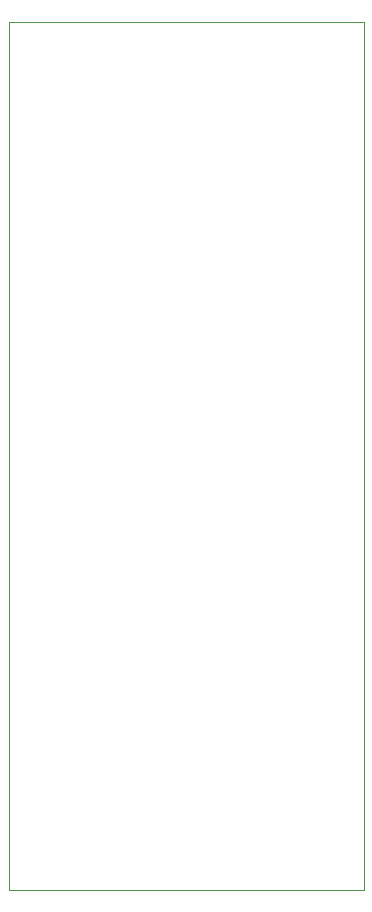
<source format=gbr>
%TF.GenerationSoftware,KiCad,Pcbnew,9.0.0*%
%TF.CreationDate,2025-04-07T21:59:35-05:00*%
%TF.ProjectId,ptSolar,7074536f-6c61-4722-9e6b-696361645f70,rev?*%
%TF.SameCoordinates,Original*%
%TF.FileFunction,Profile,NP*%
%FSLAX46Y46*%
G04 Gerber Fmt 4.6, Leading zero omitted, Abs format (unit mm)*
G04 Created by KiCad (PCBNEW 9.0.0) date 2025-04-07 21:59:35*
%MOMM*%
%LPD*%
G01*
G04 APERTURE LIST*
%TA.AperFunction,Profile*%
%ADD10C,0.050000*%
%TD*%
G04 APERTURE END LIST*
D10*
X137250000Y-67750000D02*
X167250000Y-67750000D01*
X167250000Y-67750000D02*
X167250000Y-141250000D01*
X167250000Y-141250000D02*
X137250000Y-141250000D01*
X137250000Y-141250000D02*
X137250000Y-67750000D01*
M02*

</source>
